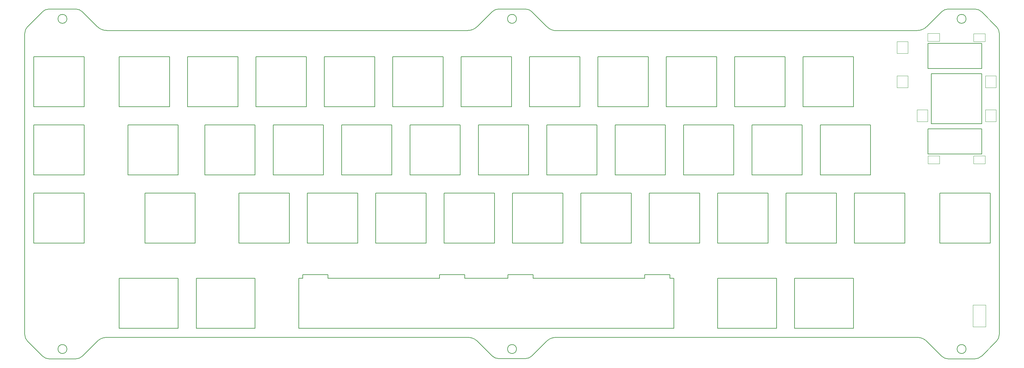
<source format=gbr>
%TF.GenerationSoftware,KiCad,Pcbnew,8.0.5*%
%TF.CreationDate,2024-11-01T20:37:00+01:00*%
%TF.ProjectId,plate,706c6174-652e-46b6-9963-61645f706362,rev?*%
%TF.SameCoordinates,Original*%
%TF.FileFunction,Profile,NP*%
%FSLAX46Y46*%
G04 Gerber Fmt 4.6, Leading zero omitted, Abs format (unit mm)*
G04 Created by KiCad (PCBNEW 8.0.5) date 2024-11-01 20:37:00*
%MOMM*%
%LPD*%
G01*
G04 APERTURE LIST*
%TA.AperFunction,Profile*%
%ADD10C,0.200000*%
%TD*%
%TA.AperFunction,Profile*%
%ADD11C,0.050000*%
%TD*%
G04 APERTURE END LIST*
D10*
X229537500Y-24750000D02*
X229537500Y-38750000D01*
X162575000Y-62850000D02*
X148575000Y-62850000D01*
D11*
X276812167Y-94129669D02*
X280351875Y-94129669D01*
X280351875Y-100223673D01*
X276812167Y-100223673D01*
X276812167Y-94129669D01*
D10*
X81900000Y-57800000D02*
X95900000Y-57800000D01*
X243825000Y-76850000D02*
X257825000Y-76850000D01*
X215250000Y-57800000D02*
X229250000Y-57800000D01*
X29225000Y-76850000D02*
X15225000Y-76850000D01*
X29225000Y-62850000D02*
X15225000Y-62850000D01*
X208106250Y-100662500D02*
X219725000Y-100662500D01*
X29225000Y-43800000D02*
X15225000Y-43800000D01*
X179531250Y-86662500D02*
X164956250Y-86662500D01*
X149681250Y-14212500D02*
G75*
G02*
X147181250Y-14212500I-1250000J0D01*
G01*
X147181250Y-14212500D02*
G75*
G02*
X149681250Y-14212500I1250000J0D01*
G01*
X284162500Y-102372370D02*
X284162500Y-18277628D01*
X205725000Y-86662500D02*
X205725000Y-100662500D01*
X128262500Y-85662500D02*
X128262500Y-86662500D01*
X60181250Y-62850000D02*
X46181250Y-62850000D01*
X105712500Y-100662500D02*
X117618750Y-100662500D01*
X172387500Y-38750000D02*
X186387500Y-38750000D01*
X205725000Y-76850000D02*
X219725000Y-76850000D01*
X55418750Y-100662500D02*
X55418750Y-86662500D01*
X154312500Y-85662500D02*
X147312500Y-85662500D01*
X76850000Y-57800000D02*
X76850000Y-43800000D01*
X90162500Y-85662500D02*
X90162500Y-86662500D01*
X39037500Y-24750000D02*
X39037500Y-38750000D01*
X257825000Y-62850000D02*
X243825000Y-62850000D01*
X261347372Y-17462500D02*
X160746508Y-17537500D01*
X147312500Y-86662500D02*
X135262500Y-86662500D01*
X60468750Y-100662500D02*
X62850000Y-100662500D01*
X81900000Y-43800000D02*
X81900000Y-57800000D01*
X153050000Y-57800000D02*
X153050000Y-43800000D01*
X24450128Y-106437500D02*
G75*
G02*
X21950128Y-106437500I-1250000J0D01*
G01*
X21950128Y-106437500D02*
G75*
G02*
X24450128Y-106437500I1250000J0D01*
G01*
X281637500Y-62850000D02*
X267637500Y-62850000D01*
X147312500Y-100662500D02*
X150956250Y-100662500D01*
X19515128Y-11462500D02*
X26884872Y-11462500D01*
X148575000Y-62850000D02*
X148575000Y-76850000D01*
X243537500Y-38750000D02*
X243537500Y-24750000D01*
X28776383Y-108404011D02*
G75*
G02*
X26884872Y-109187481I-1891483J1891511D01*
G01*
X205725000Y-100662500D02*
X208106250Y-100662500D01*
X162862500Y-100662500D02*
X164956250Y-100662500D01*
X134000000Y-57800000D02*
X134000000Y-43800000D01*
X86375000Y-76850000D02*
X86375000Y-62850000D01*
D11*
X276968179Y-52470966D02*
X280244319Y-52470966D01*
X280244319Y-54685286D01*
X276968179Y-54685286D01*
X276968179Y-52470966D01*
D10*
X77137500Y-38750000D02*
X91137500Y-38750000D01*
X110475000Y-62850000D02*
X110475000Y-76850000D01*
X100950000Y-43800000D02*
X100950000Y-57800000D01*
X32948624Y-104232162D02*
X32948539Y-104231855D01*
X243537500Y-100662500D02*
X243537500Y-86662500D01*
D11*
X255670964Y-20586929D02*
X258679034Y-20586929D01*
X258679034Y-23863069D01*
X255670964Y-23863069D01*
X255670964Y-20586929D01*
D10*
X241156250Y-86662500D02*
X229537500Y-86662500D01*
X95900000Y-43800000D02*
X81900000Y-43800000D01*
X279256250Y-29512500D02*
X265256250Y-29512500D01*
X234300000Y-43800000D02*
X234300000Y-57800000D01*
X124475000Y-62850000D02*
X110475000Y-62850000D01*
X62850000Y-57800000D02*
X76850000Y-57800000D01*
X39037500Y-100662500D02*
X41418750Y-100662500D01*
D11*
X276968180Y-18335679D02*
X280244320Y-18335679D01*
X280244320Y-20549999D01*
X276968180Y-20549999D01*
X276968180Y-18335679D01*
D10*
X17623617Y-12245989D02*
G75*
G02*
X19515128Y-11462519I1891483J-1891511D01*
G01*
X154007505Y-108329011D02*
G75*
G02*
X152115994Y-109112467I-1891505J1891611D01*
G01*
X219725000Y-76850000D02*
X219725000Y-62850000D01*
X205437500Y-38750000D02*
X205437500Y-24750000D01*
X91137500Y-38750000D02*
X91137500Y-24750000D01*
X15225000Y-38750000D02*
X29225000Y-38750000D01*
X119712500Y-100662500D02*
X128262500Y-100662500D01*
X72375000Y-62850000D02*
X72375000Y-76850000D01*
X115237500Y-38750000D02*
X129237500Y-38750000D01*
X248300000Y-57800000D02*
X248300000Y-43800000D01*
X229250000Y-43800000D02*
X215250000Y-43800000D01*
X164956250Y-86662500D02*
X162862500Y-86662500D01*
X160746508Y-17537500D02*
G75*
G02*
X158147891Y-16386115I90492J3712400D01*
G01*
X142854995Y-12245989D02*
G75*
G02*
X144746506Y-11462533I1891505J-1891611D01*
G01*
X210200000Y-43800000D02*
X196200000Y-43800000D01*
X229537500Y-38750000D02*
X243537500Y-38750000D01*
X172100000Y-57800000D02*
X172100000Y-43800000D01*
X243537500Y-86662500D02*
X241156250Y-86662500D01*
X185412500Y-100662500D02*
X192412500Y-100662500D01*
X72087500Y-24750000D02*
X58087500Y-24750000D01*
X264256250Y-28074500D02*
X279256250Y-28074500D01*
X264256250Y-44950500D02*
X264256250Y-51950500D01*
X243537500Y-24750000D02*
X229537500Y-24750000D01*
X200675000Y-62850000D02*
X186675000Y-62850000D01*
X268086116Y-108404010D02*
X263945989Y-104263883D01*
X53037500Y-38750000D02*
X53037500Y-24750000D01*
X191150000Y-57800000D02*
X191150000Y-43800000D01*
X135262500Y-85662500D02*
X135262500Y-86662500D01*
X100950000Y-57800000D02*
X114950000Y-57800000D01*
X29225000Y-57800000D02*
X29225000Y-43800000D01*
X86375000Y-62850000D02*
X72375000Y-62850000D01*
X158147632Y-104188884D02*
G75*
G02*
X160746251Y-103187485I2508068J-2636016D01*
G01*
X35515127Y-103187500D02*
X136115992Y-103187500D01*
X24449872Y-14212500D02*
G75*
G02*
X21949872Y-14212500I-1250000J0D01*
G01*
X21949872Y-14212500D02*
G75*
G02*
X24449872Y-14212500I1250000J0D01*
G01*
X17623616Y-108404010D02*
X13483489Y-104263883D01*
X29225000Y-24750000D02*
X15225000Y-24750000D01*
X53037500Y-86662500D02*
X41418750Y-86662500D01*
X191150000Y-43800000D02*
X177150000Y-43800000D01*
X265256250Y-43512500D02*
X279256250Y-43512500D01*
X15225000Y-43800000D02*
X15225000Y-57800000D01*
X238775000Y-76850000D02*
X238775000Y-62850000D01*
X191437500Y-38750000D02*
X205437500Y-38750000D01*
X13483490Y-16386116D02*
X17623617Y-12245989D01*
X229537500Y-100662500D02*
X241156250Y-100662500D01*
D11*
X255670964Y-30111929D02*
X258679034Y-30111929D01*
X258679034Y-33388069D01*
X255670964Y-33388069D01*
X255670964Y-30111929D01*
D10*
X119712500Y-86662500D02*
X117618750Y-86662500D01*
X129525000Y-76850000D02*
X143525000Y-76850000D01*
X134287500Y-38750000D02*
X148287500Y-38750000D01*
X172387500Y-24750000D02*
X172387500Y-38750000D01*
X117618750Y-100662500D02*
X119712500Y-100662500D01*
X26884872Y-109187500D02*
X19515128Y-109187500D01*
X129525000Y-62850000D02*
X129525000Y-76850000D01*
X76850000Y-100662500D02*
X76850000Y-86662500D01*
X41418750Y-57800000D02*
X55418750Y-57800000D01*
X167625000Y-76850000D02*
X181625000Y-76850000D01*
X62850000Y-43800000D02*
X62850000Y-57800000D01*
X193531250Y-100662500D02*
X193531250Y-86662500D01*
X35515130Y-17462500D02*
G75*
G02*
X32916497Y-16386131I-30J3675000D01*
G01*
X283378997Y-16386103D02*
G75*
G02*
X284162522Y-18277628I-1891597J-1891597D01*
G01*
X149681250Y-106437500D02*
G75*
G02*
X147181250Y-106437500I-1250000J0D01*
G01*
X147181250Y-106437500D02*
G75*
G02*
X149681250Y-106437500I1250000J0D01*
G01*
X12700000Y-18277628D02*
G75*
G02*
X13483491Y-16386117I2675000J-2D01*
G01*
X153050000Y-43800000D02*
X139050000Y-43800000D01*
X105712500Y-86662500D02*
X97162500Y-86662500D01*
X185412500Y-86662500D02*
X179531250Y-86662500D01*
X186675000Y-76850000D02*
X200675000Y-76850000D01*
X177150000Y-57800000D02*
X191150000Y-57800000D01*
X90162500Y-100662500D02*
X97162500Y-100662500D01*
X152115994Y-109112500D02*
X144746250Y-109112500D01*
X144746506Y-11462500D02*
X152116250Y-11462500D01*
X110187500Y-38750000D02*
X110187500Y-24750000D01*
X91425000Y-76850000D02*
X105425000Y-76850000D01*
X193531250Y-86662500D02*
X192412500Y-86662500D01*
X110187500Y-24750000D02*
X96187500Y-24750000D01*
X60181250Y-76850000D02*
X60181250Y-62850000D01*
X283379007Y-104263887D02*
X279238882Y-108404012D01*
X219725000Y-86662500D02*
X208106250Y-86662500D01*
X142854738Y-108329010D02*
X138714611Y-104188883D01*
X279256250Y-21074500D02*
X264256250Y-21074500D01*
X269977628Y-11462500D02*
X277347370Y-11462500D01*
X243825000Y-62850000D02*
X243825000Y-76850000D01*
X138714868Y-16386116D02*
X142854995Y-12245989D01*
X19515128Y-109187500D02*
G75*
G02*
X17623602Y-108404024I-28J2675000D01*
G01*
D11*
X280277216Y-30111931D02*
X283285286Y-30111931D01*
X283285286Y-33388071D01*
X280277216Y-33388071D01*
X280277216Y-30111931D01*
D10*
X205725000Y-62850000D02*
X205725000Y-76850000D01*
X279256250Y-28074500D02*
X279256250Y-21074500D01*
X76850000Y-43800000D02*
X62850000Y-43800000D01*
X46181250Y-76850000D02*
X60181250Y-76850000D01*
D11*
X280277216Y-39636931D02*
X283285286Y-39636931D01*
X283285286Y-42913071D01*
X280277216Y-42913071D01*
X280277216Y-39636931D01*
D10*
X229250000Y-57800000D02*
X229250000Y-43800000D01*
X224775000Y-76850000D02*
X238775000Y-76850000D01*
X154312500Y-86662500D02*
X154312500Y-85662500D01*
X41418750Y-43800000D02*
X41418750Y-57800000D01*
X55418750Y-43800000D02*
X41418750Y-43800000D01*
X41418750Y-86662500D02*
X39037500Y-86662500D01*
X129237500Y-38750000D02*
X129237500Y-24750000D01*
X58087500Y-24750000D02*
X58087500Y-38750000D01*
X264256250Y-51950500D02*
X279256250Y-51950500D01*
X248300000Y-43800000D02*
X234300000Y-43800000D01*
X128262500Y-100662500D02*
X131618750Y-100662500D01*
X181625000Y-62850000D02*
X167625000Y-62850000D01*
X257825000Y-76850000D02*
X257825000Y-62850000D01*
X186387500Y-38750000D02*
X186387500Y-24750000D01*
X229537500Y-86662500D02*
X227156250Y-86662500D01*
X148287500Y-38750000D02*
X148287500Y-24750000D01*
X53037500Y-100662500D02*
X55418750Y-100662500D01*
X192412500Y-86662500D02*
X192412500Y-85662500D01*
X238775000Y-62850000D02*
X224775000Y-62850000D01*
X210487500Y-24750000D02*
X210487500Y-38750000D01*
X279256250Y-43512500D02*
X279256250Y-29512500D01*
X124475000Y-76850000D02*
X124475000Y-62850000D01*
X60468750Y-86662500D02*
X60468750Y-100662500D01*
X128262500Y-86662500D02*
X119712500Y-86662500D01*
X222106250Y-100662500D02*
X222106250Y-86662500D01*
X196200000Y-57800000D02*
X210200000Y-57800000D01*
X219725000Y-100662500D02*
X222106250Y-100662500D01*
X96187500Y-38750000D02*
X110187500Y-38750000D01*
X97162500Y-86662500D02*
X97162500Y-85662500D01*
X134000000Y-43800000D02*
X120000000Y-43800000D01*
X39037500Y-86662500D02*
X39037500Y-100662500D01*
X39037500Y-38750000D02*
X53037500Y-38750000D01*
X105425000Y-62850000D02*
X91425000Y-62850000D01*
X150956250Y-100662500D02*
X154312500Y-100662500D01*
X274912372Y-14212500D02*
G75*
G02*
X272412372Y-14212500I-1250000J0D01*
G01*
X272412372Y-14212500D02*
G75*
G02*
X274912372Y-14212500I1250000J0D01*
G01*
D11*
X261227214Y-39636929D02*
X264235284Y-39636929D01*
X264235284Y-42913069D01*
X261227214Y-42913069D01*
X261227214Y-39636929D01*
D10*
X76850000Y-86662500D02*
X74468750Y-86662500D01*
X114950000Y-43800000D02*
X100950000Y-43800000D01*
X160746251Y-103187500D02*
X261347370Y-103187500D01*
X91137500Y-24750000D02*
X77137500Y-24750000D01*
X279256250Y-51950500D02*
X279256250Y-44950500D01*
X58087500Y-38750000D02*
X72087500Y-38750000D01*
X281637500Y-76850000D02*
X281637500Y-62850000D01*
X139050000Y-57800000D02*
X153050000Y-57800000D01*
X135262500Y-85662500D02*
X128262500Y-85662500D01*
X224487500Y-24750000D02*
X210487500Y-24750000D01*
X53037500Y-24750000D02*
X39037500Y-24750000D01*
X136116249Y-17462499D02*
X35515130Y-17462500D01*
X279238887Y-12245993D02*
X283378997Y-16386103D01*
X97162500Y-85662500D02*
X90162500Y-85662500D01*
X267637500Y-76850000D02*
X281637500Y-76850000D01*
X105425000Y-76850000D02*
X105425000Y-62850000D01*
X268086117Y-12245989D02*
G75*
G02*
X269977628Y-11462519I1891483J-1891511D01*
G01*
X96187500Y-24750000D02*
X96187500Y-38750000D01*
X158100000Y-57800000D02*
X172100000Y-57800000D01*
X265256250Y-29512500D02*
X265256250Y-43512500D01*
D11*
X264217610Y-18256250D02*
X267493750Y-18256250D01*
X267493750Y-20470570D01*
X264217610Y-20470570D01*
X264217610Y-18256250D01*
D10*
X167337500Y-24750000D02*
X153337500Y-24750000D01*
X222106250Y-86662500D02*
X219725000Y-86662500D01*
X72087500Y-38750000D02*
X72087500Y-24750000D01*
X152116250Y-11462500D02*
G75*
G02*
X154007766Y-12245986I50J-2674900D01*
G01*
X144746250Y-109112500D02*
G75*
G02*
X142854734Y-108329014I-50J2674900D01*
G01*
X215250000Y-43800000D02*
X215250000Y-57800000D01*
X15225000Y-24750000D02*
X15225000Y-38750000D01*
X219725000Y-62850000D02*
X205725000Y-62850000D01*
X158100000Y-43800000D02*
X158100000Y-57800000D01*
X46181250Y-62850000D02*
X46181250Y-76850000D01*
X192412500Y-100662500D02*
X193531250Y-100662500D01*
X139050000Y-43800000D02*
X139050000Y-57800000D01*
X186675000Y-62850000D02*
X186675000Y-76850000D01*
X200675000Y-76850000D02*
X200675000Y-62850000D01*
X234300000Y-57800000D02*
X248300000Y-57800000D01*
X185412500Y-85662500D02*
X185412500Y-86662500D01*
X179531250Y-100662500D02*
X185412500Y-100662500D01*
X191437500Y-24750000D02*
X191437500Y-38750000D01*
X55418750Y-86662500D02*
X53037500Y-86662500D01*
X210200000Y-57800000D02*
X210200000Y-43800000D01*
X177150000Y-43800000D02*
X177150000Y-57800000D01*
X181625000Y-76850000D02*
X181625000Y-62850000D01*
X134287500Y-24750000D02*
X134287500Y-38750000D01*
X277347370Y-11462500D02*
G75*
G02*
X279238901Y-12245979I30J-2675000D01*
G01*
X90162500Y-86662500D02*
X89043750Y-86662500D01*
X12700000Y-102372372D02*
X12700000Y-18277628D01*
X267637500Y-62850000D02*
X267637500Y-76850000D01*
X167337500Y-38750000D02*
X167337500Y-24750000D01*
X147312500Y-86662500D02*
X147312500Y-85662500D01*
X227156250Y-100662500D02*
X229537500Y-100662500D01*
X26884872Y-11462500D02*
G75*
G02*
X28776398Y-12245976I28J-2675000D01*
G01*
X62850000Y-100662500D02*
X74468750Y-100662500D01*
X114950000Y-57800000D02*
X114950000Y-43800000D01*
X224487500Y-38750000D02*
X224487500Y-24750000D01*
X91425000Y-62850000D02*
X91425000Y-76850000D01*
X154007762Y-12245990D02*
X158147889Y-16386117D01*
X224775000Y-62850000D02*
X224775000Y-76850000D01*
X162862500Y-86662500D02*
X154312500Y-86662500D01*
X120000000Y-43800000D02*
X120000000Y-57800000D01*
X172100000Y-43800000D02*
X158100000Y-43800000D01*
X136115992Y-103187500D02*
G75*
G02*
X138714628Y-104188865I90608J-3637400D01*
G01*
X74468750Y-100662500D02*
X76850000Y-100662500D01*
X263945988Y-16386118D02*
G75*
G02*
X261347372Y-17462480I-2598588J2598618D01*
G01*
X131618750Y-100662500D02*
X147312500Y-100662500D01*
X29225000Y-76850000D02*
X29225000Y-62850000D01*
X117618750Y-86662500D02*
X105712500Y-86662500D01*
X55418750Y-57800000D02*
X55418750Y-43800000D01*
X210487500Y-38750000D02*
X224487500Y-38750000D01*
X164956250Y-100662500D02*
X179531250Y-100662500D01*
X186387500Y-24750000D02*
X172387500Y-24750000D01*
X97162500Y-100662500D02*
X105712500Y-100662500D01*
X143525000Y-76850000D02*
X143525000Y-62850000D01*
X154312500Y-100662500D02*
X162862500Y-100662500D01*
D11*
X264268179Y-52470966D02*
X267544319Y-52470966D01*
X267544319Y-54685286D01*
X264268179Y-54685286D01*
X264268179Y-52470966D01*
D10*
X279238882Y-108404012D02*
G75*
G02*
X277347380Y-109187481I-1891482J1891512D01*
G01*
X269977628Y-109187500D02*
G75*
G02*
X268086102Y-108404024I-28J2675000D01*
G01*
X120000000Y-57800000D02*
X134000000Y-57800000D01*
X138714868Y-16386116D02*
G75*
G02*
X136116249Y-17462493I-2598568J2598516D01*
G01*
X89043750Y-100662500D02*
X90162500Y-100662500D01*
X284162500Y-102372370D02*
G75*
G02*
X283379021Y-104263901I-2675000J-30D01*
G01*
X115237500Y-24750000D02*
X115237500Y-38750000D01*
X148287500Y-24750000D02*
X134287500Y-24750000D01*
X41418750Y-100662500D02*
X53037500Y-100662500D01*
X110475000Y-76850000D02*
X124475000Y-76850000D01*
X32948539Y-104231855D02*
X28776383Y-108404011D01*
X279256250Y-44950500D02*
X264256250Y-44950500D01*
X167625000Y-62850000D02*
X167625000Y-76850000D01*
X28776384Y-12245990D02*
X32916511Y-16386117D01*
X162575000Y-76850000D02*
X162575000Y-62850000D01*
X89043750Y-86662500D02*
X89043750Y-100662500D01*
X77137500Y-24750000D02*
X77137500Y-38750000D01*
X274912628Y-106437500D02*
G75*
G02*
X272412628Y-106437500I-1250000J0D01*
G01*
X272412628Y-106437500D02*
G75*
G02*
X274912628Y-106437500I1250000J0D01*
G01*
X15225000Y-57800000D02*
X29225000Y-57800000D01*
X32948624Y-104232162D02*
G75*
G02*
X35515127Y-103187479I2566576J-2630438D01*
G01*
X227156250Y-86662500D02*
X227156250Y-100662500D01*
X62850000Y-86662500D02*
X60468750Y-86662500D01*
X74468750Y-86662500D02*
X62850000Y-86662500D01*
X129237500Y-24750000D02*
X115237500Y-24750000D01*
X153337500Y-24750000D02*
X153337500Y-38750000D01*
X208106250Y-86662500D02*
X205725000Y-86662500D01*
X29225000Y-38750000D02*
X29225000Y-24750000D01*
X72375000Y-76850000D02*
X86375000Y-76850000D01*
X263945988Y-16386118D02*
X268086117Y-12245989D01*
X15225000Y-62850000D02*
X15225000Y-76850000D01*
X196200000Y-43800000D02*
X196200000Y-57800000D01*
X205437500Y-24750000D02*
X191437500Y-24750000D01*
X13483489Y-104263883D02*
G75*
G02*
X12700019Y-102372372I1891511J1891483D01*
G01*
X241156250Y-100662500D02*
X243537500Y-100662500D01*
X153337500Y-38750000D02*
X167337500Y-38750000D01*
X264256250Y-21074500D02*
X264256250Y-28074500D01*
X95900000Y-57800000D02*
X95900000Y-43800000D01*
X143525000Y-62850000D02*
X129525000Y-62850000D01*
X277347380Y-109187500D02*
X269977628Y-109187500D01*
X261347370Y-103187500D02*
G75*
G02*
X263946003Y-104263869I30J-3675000D01*
G01*
X158147632Y-104188884D02*
X154007505Y-108329011D01*
X192412500Y-85662500D02*
X185412500Y-85662500D01*
X148575000Y-76850000D02*
X162575000Y-76850000D01*
M02*

</source>
